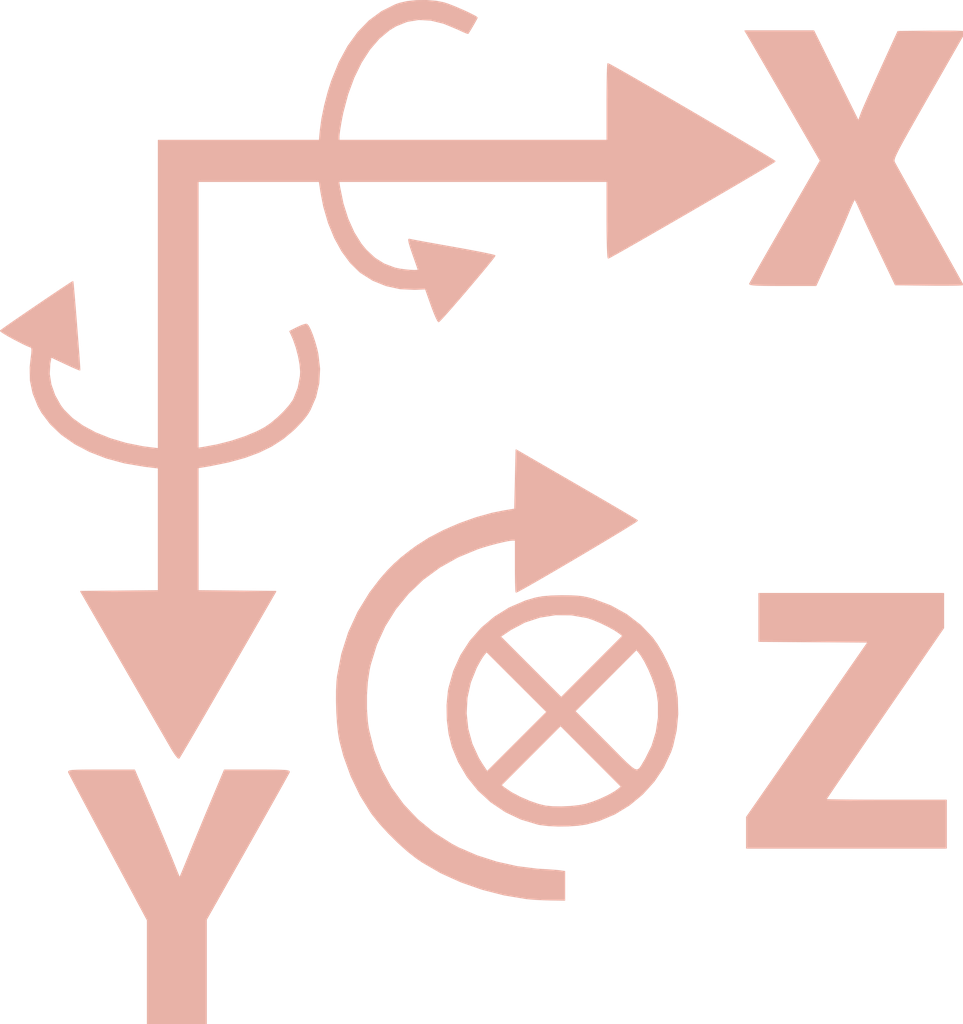
<source format=kicad_pcb>

(kicad_pcb (version 4) (host pcbnew 4.0.7)

	(general
		(links 0)
		(no_connects 0)
		(area 77.052499 41.877835 92.193313 53.630501)
		(thickness 1.6)
		(drawings 8)
		(tracks 0)
		(zones 0)
		(modules 1)
		(nets 1)
	)

	(page A4)
	(layers
		(0 F.Cu signal)
		(31 B.Cu signal)
		(32 B.Adhes user)
		(33 F.Adhes user)
		(34 B.Paste user)
		(35 F.Paste user)
		(36 B.SilkS user)
		(37 F.SilkS user)
		(38 B.Mask user)
		(39 F.Mask user)
		(40 Dwgs.User user)
		(41 Cmts.User user)
		(42 Eco1.User user)
		(43 Eco2.User user)
		(44 Edge.Cuts user)
		(45 Margin user)
		(46 B.CrtYd user)
		(47 F.CrtYd user)
		(48 B.Fab user)
		(49 F.Fab user)
	)

	(setup
		(last_trace_width 0.25)
		(trace_clearance 0.2)
		(zone_clearance 0.508)
		(zone_45_only no)
		(trace_min 0.2)
		(segment_width 0.2)
		(edge_width 0.15)
		(via_size 0.6)
		(via_drill 0.4)
		(via_min_size 0.4)
		(via_min_drill 0.3)
		(uvia_size 0.3)
		(uvia_drill 0.1)
		(uvias_allowed no)
		(uvia_min_size 0.2)
		(uvia_min_drill 0.1)
		(pcb_text_width 0.3)
		(pcb_text_size 1.5 1.5)
		(mod_edge_width 0.15)
		(mod_text_size 1 1)
		(mod_text_width 0.15)
		(pad_size 1.524 1.524)
		(pad_drill 0.762)
		(pad_to_mask_clearance 0.2)
		(aux_axis_origin 0 0)
		(visible_elements FFFFFF7F)
		(pcbplotparams
			(layerselection 0x010f0_80000001)
			(usegerberextensions false)
			(excludeedgelayer true)
			(linewidth 0.100000)
			(plotframeref false)
			(viasonmask false)
			(mode 1)
			(useauxorigin false)
			(hpglpennumber 1)
			(hpglpenspeed 20)
			(hpglpendiameter 15)
			(hpglpenoverlay 2)
			(psnegative false)
			(psa4output false)
			(plotreference true)
			(plotvalue true)
			(plotinvisibletext false)
			(padsonsilk false)
			(subtractmaskfromsilk false)
			(outputformat 1)
			(mirror false)
			(drillshape 1)
			(scaleselection 1)
			(outputdirectory gerbers/))
	)

	(net 0 "")

	(net_class Default "This is the default net class."
		(clearance 0.2)
		(trace_width 0.25)
		(via_dia 0.6)
		(via_drill 0.4)
		(uvia_dia 0.3)
		(uvia_drill 0.1)
	)
(module LOGO (layer F.Cu)
  (at 0 0)
 (fp_text reference "G***" (at 0 0) (layer F.SilkS) hide
  (effects (font (thickness 0.3)))
  )
  (fp_text value "LOGO" (at 0.75 0) (layer F.SilkS) hide
  (effects (font (thickness 0.3)))
  )
  (fp_poly (pts (xy -3.292639 2.847975) (xy -3.251675 2.944583) (xy -3.210188 3.043146) (xy -3.170347 3.138456) (xy -3.134323 3.225307) (xy -3.104284 3.298491) (xy -3.084925 3.346450) (xy -3.061049 3.406162)
     (xy -3.040656 3.456739) (xy -3.025511 3.493840) (xy -3.017375 3.513124) (xy -3.016523 3.514846) (xy -3.011204 3.504824) (xy -2.998157 3.474993) (xy -2.978987 3.429171) (xy -2.955297 3.371173)
     (xy -2.936472 3.324346) (xy -2.908847 3.255867) (xy -2.873884 3.170231) (xy -2.834151 3.073667) (xy -2.792216 2.972408) (xy -2.750648 2.872682) (xy -2.729641 2.822575) (xy -2.600229 2.514600)
     (xy -2.295706 2.514600) (xy -2.199513 2.514752) (xy -2.125903 2.515333) (xy -2.072058 2.516529) (xy -2.035162 2.518528) (xy -2.012398 2.521514) (xy -2.000950 2.525676) (xy -1.998001 2.531199)
     (xy -1.998728 2.534262) (xy -2.006182 2.548570) (xy -2.025054 2.583009) (xy -2.054242 2.635610) (xy -2.092644 2.704406) (xy -2.139156 2.787427) (xy -2.192675 2.882706) (xy -2.252100 2.988274)
     (xy -2.316327 3.102163) (xy -2.384252 3.222405) (xy -2.387437 3.228037) (xy -2.768600 3.902149) (xy -2.768600 4.876800) (xy -3.314700 4.876800) (xy -3.314700 3.908098) (xy -3.675836 3.233561)
     (xy -3.740759 3.112194) (xy -3.802215 2.997110) (xy -3.859135 2.890325) (xy -3.910450 2.793854) (xy -3.955090 2.709714) (xy -3.991985 2.639919) (xy -4.020067 2.586485) (xy -4.038266 2.551428)
     (xy -4.045494 2.536812) (xy -4.046722 2.529884) (xy -4.042512 2.524564) (xy -4.030008 2.520640) (xy -4.006356 2.517903) (xy -3.968697 2.516141) (xy -3.914177 2.515143) (xy -3.839939 2.514700)
     (xy -3.744301 2.514600) (xy -3.434583 2.514600) (xy -3.292639 2.847975) )(layer B.SilkS) (width  0.010000)
  )
  (fp_poly (pts (xy 0.665049 -0.133702) (xy 0.773891 -0.070689) (xy 0.876135 -0.011322) (xy 0.969654 0.043151) (xy 1.052324 0.091485) (xy 1.122017 0.132433) (xy 1.176610 0.164748) (xy 1.213975 0.187184)
     (xy 1.231988 0.198495) (xy 1.233216 0.199436) (xy 1.224166 0.207078) (xy 1.195603 0.225961) (xy 1.150007 0.254620) (xy 1.089859 0.291591) (xy 1.017641 0.335408) (xy 0.935832 0.384609)
     (xy 0.846914 0.437727) (xy 0.753368 0.493299) (xy 0.657673 0.549860) (xy 0.562312 0.605946) (xy 0.469764 0.660091) (xy 0.382510 0.710831) (xy 0.303032 0.756702) (xy 0.233809 0.796239)
     (xy 0.177323 0.827977) (xy 0.136054 0.850453) (xy 0.112484 0.862200) (xy 0.108224 0.863600) (xy 0.106161 0.851550) (xy 0.104360 0.818001) (xy 0.102929 0.766854) (xy 0.101973 0.702010)
     (xy 0.101601 0.627368) (xy 0.101600 0.622300) (xy 0.101600 0.381000) (xy 0.073025 0.381088) (xy 0.041017 0.384800) (xy -0.008803 0.394748) (xy -0.070082 0.409345) (xy -0.136465 0.427005)
     (xy -0.201600 0.446142) (xy -0.247650 0.461143) (xy -0.432158 0.537236) (xy -0.602089 0.632691) (xy -0.756194 0.746120) (xy -0.893224 0.876132) (xy -1.011929 1.021338) (xy -1.111060 1.180349)
     (xy -1.189367 1.351775) (xy -1.245602 1.534226) (xy -1.256423 1.583144) (xy -1.273169 1.695212) (xy -1.281606 1.819931) (xy -1.281615 1.947273) (xy -1.273074 2.067208) (xy -1.263079 2.135372)
     (xy -1.215036 2.327903) (xy -1.144616 2.509078) (xy -1.052710 2.677728) (xy -0.940208 2.832683) (xy -0.808002 2.972773) (xy -0.656981 3.096829) (xy -0.488037 3.203681) (xy -0.423732 3.237349)
     (xy -0.255427 3.309792) (xy -0.073160 3.368116) (xy 0.114593 3.410110) (xy 0.299356 3.433558) (xy 0.336550 3.435897) (xy 0.398172 3.439419) (xy 0.454441 3.443306) (xy 0.498013 3.447015)
     (xy 0.517525 3.449290) (xy 0.558800 3.455550) (xy 0.558800 3.721100) (xy 0.428625 3.719452) (xy 0.360545 3.717580) (xy 0.289730 3.713984) (xy 0.227812 3.709309) (xy 0.207330 3.707187)
     (xy -0.001017 3.673167) (xy -0.206451 3.620763) (xy -0.404394 3.551654) (xy -0.590272 3.467517) (xy -0.759508 3.370032) (xy -0.815384 3.332059) (xy -0.898070 3.267430) (xy -0.987060 3.187916)
     (xy -1.075658 3.100208) (xy -1.157170 3.010994) (xy -1.224898 2.926965) (xy -1.235570 2.912258) (xy -1.337113 2.749823) (xy -1.423268 2.571423) (xy -1.491435 2.383036) (xy -1.529972 2.235200)
     (xy -1.541473 2.165099) (xy -1.550399 2.077090) (xy -1.556492 1.978560) (xy -1.559494 1.876894) (xy -1.559149 1.779479) (xy -1.555198 1.693702) (xy -1.550476 1.646943) (xy -1.510165 1.437283)
     (xy -1.446578 1.237789) (xy -1.359705 1.048442) (xy -1.249538 0.869221) (xy -1.154345 0.744703) (xy -1.088597 0.669244) (xy -1.024015 0.603512) (xy -0.953978 0.541462) (xy -0.871862 0.477052)
     (xy -0.817197 0.437026) (xy -0.700122 0.362311) (xy -0.564518 0.291709) (xy -0.417223 0.227985) (xy -0.265073 0.173905) (xy -0.114905 0.132234) (xy -0.012700 0.111608) (xy 0.095250 0.093722)
     (xy 0.101600 -0.181025) (xy 0.107950 -0.455773) (xy 0.665049 -0.133702) )(layer B.SilkS) (width  0.010000)
  )
  (fp_poly (pts (xy 4.076700 1.196099) (xy 3.530600 1.989018) (xy 3.443267 2.115900) (xy 3.360249 2.236664) (xy 3.282655 2.349687) (xy 3.211596 2.453345) (xy 3.148180 2.546015) (xy 3.093517 2.626074)
     (xy 3.048717 2.691898) (xy 3.014889 2.741865) (xy 2.993142 2.774351) (xy 2.984588 2.787732) (xy 2.984500 2.787969) (xy 2.996772 2.789225) (xy 3.031882 2.790392) (xy 3.087264 2.791443)
     (xy 3.160357 2.792351) (xy 3.248597 2.793086) (xy 3.349421 2.793623) (xy 3.460264 2.793933) (xy 3.543300 2.794000) (xy 4.102100 2.794000) (xy 4.102100 3.238500) (xy 2.247900 3.238500)
     (xy 2.247900 2.950848) (xy 3.375858 1.327150) (xy 2.869029 1.323830) (xy 2.362200 1.320511) (xy 2.362200 0.876300) (xy 4.076700 0.876300) (xy 4.076700 1.196099) )(layer B.SilkS) (width  0.010000)
  )
  (fp_poly (pts (xy 0.546100 0.897578) (xy 0.621859 0.898485) (xy 0.679916 0.901281) (xy 0.727947 0.906903) (xy 0.773633 0.916289) (xy 0.824652 0.930373) (xy 0.831223 0.932340) (xy 0.989311 0.992237)
     (xy 1.133489 1.072111) (xy 1.261916 1.170760) (xy 1.371367 1.285284) (xy 1.417707 1.350163) (xy 1.465610 1.431172) (xy 1.510839 1.519874) (xy 1.549160 1.607829) (xy 1.576339 1.686598)
     (xy 1.580388 1.701800) (xy 1.604274 1.844207) (xy 1.608766 1.994858) (xy 1.594308 2.146140) (xy 1.561349 2.290439) (xy 1.542603 2.345784) (xy 1.475631 2.488851) (xy 1.387740 2.620132)
     (xy 1.281550 2.737388) (xy 1.159679 2.838382) (xy 1.024747 2.920876) (xy 0.879370 2.982632) (xy 0.759360 3.015181) (xy 0.683014 3.026347) (xy 0.593039 3.032473) (xy 0.498377 3.033531)
     (xy 0.407969 3.029496) (xy 0.330756 3.020340) (xy 0.311150 3.016514) (xy 0.154101 2.969327) (xy 0.008196 2.900183) (xy -0.124695 2.810771) (xy -0.242699 2.702781) (xy -0.281320 2.655145)
     (xy -0.031750 2.655145) (xy 0.000000 2.680420) (xy 0.063148 2.723005) (xy 0.142446 2.765203) (xy 0.228899 2.803038) (xy 0.313512 2.832537) (xy 0.381000 2.848732) (xy 0.448232 2.855304)
     (xy 0.529927 2.856387) (xy 0.615848 2.852415) (xy 0.695759 2.843822) (xy 0.752166 2.832990) (xy 0.820265 2.811838) (xy 0.893266 2.783034) (xy 0.963246 2.750214) (xy 1.022279 2.717012)
     (xy 1.054100 2.694466) (xy 1.085850 2.668260) (xy 0.520700 2.101922) (xy 0.244475 2.378533) (xy -0.031750 2.655145) (xy -0.281320 2.655145) (xy -0.343945 2.577902) (xy -0.426561 2.437825)
     (xy -0.483931 2.298700) (xy -0.514263 2.179050) (xy -0.530835 2.046976) (xy -0.531828 1.988204) (xy -0.355863 1.988204) (xy -0.340533 2.131875) (xy -0.302340 2.271674) (xy -0.241484 2.404324)
     (xy -0.208369 2.458392) (xy -0.161168 2.529503) (xy 0.393772 1.974993) (xy 0.387266 1.968500) (xy 0.654261 1.968500) (xy 0.939905 2.254635) (xy 1.020045 2.335361) (xy 1.083918 2.399773)
     (xy 1.133869 2.448844) (xy 1.172241 2.483547) (xy 1.201378 2.504854) (xy 1.223624 2.513738) (xy 1.241323 2.511171) (xy 1.256819 2.498128) (xy 1.272456 2.475579) (xy 1.290577 2.444498)
     (xy 1.311640 2.408908) (xy 1.369618 2.292171) (xy 1.409286 2.162872) (xy 1.429582 2.027098) (xy 1.429441 1.890933) (xy 1.417475 1.802971) (xy 1.399775 1.735082) (xy 1.372729 1.658287)
     (xy 1.339672 1.580187) (xy 1.303935 1.508386) (xy 1.268852 1.450486) (xy 1.254633 1.431557) (xy 1.225550 1.396265) (xy 0.939905 1.682382) (xy 0.654261 1.968500) (xy 0.387266 1.968500)
     (xy 0.113706 1.695521) (xy -0.166361 1.416050) (xy -0.192567 1.447800) (xy -0.211252 1.474892) (xy -0.235756 1.516301) (xy -0.260995 1.563401) (xy -0.262677 1.566727) (xy -0.317135 1.702353)
     (xy -0.348130 1.843938) (xy -0.355863 1.988204) (xy -0.531828 1.988204) (xy -0.533121 1.911728) (xy -0.520596 1.782560) (xy -0.514961 1.751667) (xy -0.470731 1.595128) (xy -0.404495 1.449287)
     (xy -0.318067 1.316026) (xy -0.282885 1.276146) (xy -0.038097 1.276146) (xy 0.526909 1.841570) (xy 0.812729 1.555363) (xy 1.098550 1.269156) (xy 1.066800 1.244372) (xy 1.021218 1.214040)
     (xy 0.960043 1.180312) (xy 0.891926 1.147355) (xy 0.825521 1.119339) (xy 0.769480 1.100431) (xy 0.766238 1.099574) (xy 0.619572 1.074318) (xy 0.472442 1.073257) (xy 0.328036 1.095853)
     (xy 0.189542 1.141567) (xy 0.060148 1.209861) (xy 0.041874 1.221914) (xy -0.038097 1.276146) (xy -0.282885 1.276146) (xy -0.213265 1.197230) (xy -0.091901 1.094780) (xy 0.044207 1.010561)
     (xy 0.193246 0.946454) (xy 0.288339 0.918374) (xy 0.352023 0.906719) (xy 0.431193 0.899905) (xy 0.530330 0.897569) (xy 0.546100 0.897578) )(layer B.SilkS) (width  0.010000)
  )
  (fp_poly (pts (xy -0.632146 -4.616932) (xy -0.565150 -4.604093) (xy -0.529418 -4.592705) (xy -0.482499 -4.574945) (xy -0.429547 -4.553122) (xy -0.375717 -4.529541) (xy -0.326161 -4.506510) (xy -0.286035 -4.486338)
     (xy -0.260490 -4.471330) (xy -0.254000 -4.464789) (xy -0.259895 -4.452266) (xy -0.274776 -4.425279) (xy -0.294439 -4.391069) (xy -0.314679 -4.356877) (xy -0.331292 -4.329945) (xy -0.338380 -4.319463)
     (xy -0.350634 -4.322361) (xy -0.379955 -4.334372) (xy -0.420743 -4.353144) (xy -0.434572 -4.359837) (xy -0.562992 -4.413060) (xy -0.683284 -4.442643) (xy -0.796647 -4.448571) (xy -0.904282 -4.430828)
     (xy -1.007387 -4.389401) (xy -1.069461 -4.351885) (xy -1.164519 -4.272643) (xy -1.251893 -4.171032) (xy -1.330402 -4.049235) (xy -1.398863 -3.909438) (xy -1.456097 -3.753824) (xy -1.500920 -3.584577)
     (xy -1.510945 -3.535775) (xy -1.521727 -3.476439) (xy -1.530291 -3.422725) (xy -1.535556 -3.381804) (xy -1.536700 -3.364856) (xy -1.536700 -3.327400) (xy 0.952500 -3.327400) (xy 0.952500 -3.683000)
     (xy 0.952769 -3.775075) (xy 0.953530 -3.858293) (xy 0.954712 -3.929440) (xy 0.956242 -3.985302) (xy 0.958051 -4.022668) (xy 0.960066 -4.038323) (xy 0.960378 -4.038600) (xy 0.973897 -4.032395)
     (xy 1.006945 -4.014609) (xy 1.057388 -3.986489) (xy 1.123092 -3.949281) (xy 1.201924 -3.904231) (xy 1.291751 -3.852586) (xy 1.390438 -3.795591) (xy 1.495854 -3.734493) (xy 1.605862 -3.670538)
     (xy 1.718332 -3.604972) (xy 1.831128 -3.539042) (xy 1.942118 -3.473993) (xy 2.049167 -3.411072) (xy 2.150143 -3.351525) (xy 2.242912 -3.296598) (xy 2.325339 -3.247537) (xy 2.395293 -3.205588)
     (xy 2.450639 -3.171999) (xy 2.489244 -3.148014) (xy 2.508974 -3.134880) (xy 2.511120 -3.132813) (xy 2.499828 -3.124804) (xy 2.468655 -3.105415) (xy 2.419759 -3.075895) (xy 2.355294 -3.037495)
     (xy 2.277417 -2.991466) (xy 2.188284 -2.939058) (xy 2.090052 -2.881522) (xy 1.984876 -2.820109) (xy 1.874911 -2.756070) (xy 1.762316 -2.690655) (xy 1.649244 -2.625114) (xy 1.537853 -2.560699)
     (xy 1.430298 -2.498660) (xy 1.328736 -2.440248) (xy 1.235323 -2.386714) (xy 1.152214 -2.339307) (xy 1.081566 -2.299279) (xy 1.025534 -2.267881) (xy 0.986276 -2.246362) (xy 0.965946 -2.235975)
     (xy 0.963702 -2.235200) (xy 0.960775 -2.247375) (xy 0.958141 -2.281800) (xy 0.955897 -2.335327) (xy 0.954144 -2.404806) (xy 0.952980 -2.487089) (xy 0.952505 -2.579026) (xy 0.952500 -2.590800)
     (xy 0.952500 -2.946400) (xy -0.293217 -2.946401) (xy -1.538933 -2.946401) (xy -1.530640 -2.892426) (xy -1.499362 -2.740069) (xy -1.454732 -2.599176) (xy -1.398217 -2.473219) (xy -1.331284 -2.365667)
     (xy -1.283462 -2.307885) (xy -1.203263 -2.233748) (xy -1.119099 -2.180658) (xy -1.024115 -2.144427) (xy -1.009206 -2.140368) (xy -0.970316 -2.132385) (xy -0.924221 -2.125987) (xy -0.877546 -2.121659)
     (xy -0.836917 -2.119884) (xy -0.808960 -2.121145) (xy -0.800100 -2.125117) (xy -0.804115 -2.138004) (xy -0.815048 -2.169992) (xy -0.831235 -2.216277) (xy -0.851012 -2.272055) (xy -0.851224 -2.272650)
     (xy -0.872111 -2.334259) (xy -0.885025 -2.379168) (xy -0.889355 -2.404966) (xy -0.886149 -2.410197) (xy -0.870029 -2.406639) (xy -0.832053 -2.399298) (xy -0.775386 -2.388755) (xy -0.703196 -2.375589)
     (xy -0.618648 -2.360381) (xy -0.524909 -2.343710) (xy -0.479456 -2.335689) (xy -0.383445 -2.318499) (xy -0.295998 -2.302285) (xy -0.220116 -2.287648) (xy -0.158800 -2.275188) (xy -0.115051 -2.265507)
     (xy -0.091871 -2.259205) (xy -0.088931 -2.257534) (xy -0.096852 -2.244813) (xy -0.119020 -2.215932) (xy -0.153003 -2.173745) (xy -0.196369 -2.121101) (xy -0.246686 -2.060853) (xy -0.301524 -1.995852)
     (xy -0.358450 -1.928949) (xy -0.415034 -1.862997) (xy -0.468844 -1.800845) (xy -0.517448 -1.745346) (xy -0.558415 -1.699351) (xy -0.589313 -1.665712) (xy -0.607712 -1.647279) (xy -0.611548 -1.644650)
     (xy -0.620721 -1.655940) (xy -0.635930 -1.686786) (xy -0.655162 -1.732655) (xy -0.676401 -1.789014) (xy -0.679267 -1.797050) (xy -0.733252 -1.949450) (xy -0.833351 -1.945242) (xy -0.968133 -1.951287)
     (xy -1.099144 -1.979818) (xy -1.221824 -2.029385) (xy -1.331613 -2.098541) (xy -1.342367 -2.107008) (xy -1.429247 -2.191577) (xy -1.507727 -2.297507) (xy -1.576295 -2.421707) (xy -1.633436 -2.561090)
     (xy -1.677637 -2.712566) (xy -1.703069 -2.843015) (xy -1.718895 -2.946400) (xy -2.844800 -2.946400) (xy -2.844800 -0.471497) (xy -2.797175 -0.478437) (xy -2.665723 -0.502742) (xy -2.534215 -0.536566)
     (xy -2.409411 -0.577739) (xy -2.298071 -0.624094) (xy -2.226614 -0.661456) (xy -2.169534 -0.700420) (xy -2.108718 -0.750971) (xy -2.050076 -0.807316) (xy -1.999519 -0.863657) (xy -1.962957 -0.914199)
     (xy -1.955735 -0.927100) (xy -1.914643 -1.031758) (xy -1.894271 -1.141130) (xy -1.892451 -1.182244) (xy -1.897639 -1.247106) (xy -1.911873 -1.324687) (xy -1.932805 -1.405003) (xy -1.958086 -1.478072)
     (xy -1.966851 -1.498600) (xy -1.992765 -1.555750) (xy -1.922184 -1.591536) (xy -1.882638 -1.609444) (xy -1.850814 -1.620006) (xy -1.835636 -1.621194) (xy -1.820741 -1.604886) (xy -1.802199 -1.568924)
     (xy -1.781923 -1.518435) (xy -1.761829 -1.458549) (xy -1.743831 -1.394394) (xy -1.732575 -1.345157) (xy -1.716700 -1.208604) (xy -1.723970 -1.074259) (xy -1.753770 -0.945695) (xy -1.805489 -0.826483)
     (xy -1.828190 -0.788351) (xy -1.856612 -0.750241) (xy -1.897207 -0.703489) (xy -1.942917 -0.656043) (xy -1.961513 -0.638221) (xy -2.055695 -0.560015) (xy -2.159797 -0.492704) (xy -2.276626 -0.435144)
     (xy -2.408992 -0.386194) (xy -2.559704 -0.344713) (xy -2.731570 -0.309559) (xy -2.797175 -0.298549) (xy -2.844800 -0.290950) (xy -2.844800 0.850510) (xy -2.123356 0.857250) (xy -2.567464 1.625600)
     (xy -2.641611 1.753775) (xy -2.712183 1.875563) (xy -2.778131 1.989168) (xy -2.838408 2.092793) (xy -2.891964 2.184643) (xy -2.937751 2.262921) (xy -2.974722 2.325833) (xy -3.001828 2.371581)
     (xy -3.018020 2.398369) (xy -3.022291 2.404869) (xy -3.032822 2.399544) (xy -3.052149 2.376185) (xy -3.076962 2.339086) (xy -3.090829 2.315969) (xy -3.107588 2.287017) (xy -3.135755 2.238333)
     (xy -3.174026 2.172174) (xy -3.221093 2.090798) (xy -3.275653 1.996461) (xy -3.336400 1.891420) (xy -3.402028 1.777934) (xy -3.471232 1.658258) (xy -3.541521 1.536700) (xy -3.934393 0.857250)
     (xy -3.573747 0.853880) (xy -3.213100 0.850510) (xy -3.213100 -0.288170) (xy -3.342739 -0.303882) (xy -3.525138 -0.334554) (xy -3.694917 -0.380315) (xy -3.850360 -0.440193) (xy -3.989750 -0.513212)
     (xy -4.111370 -0.598398) (xy -4.213503 -0.694777) (xy -4.294432 -0.801375) (xy -4.329084 -0.863600) (xy -4.376521 -0.981807) (xy -4.400985 -1.098795) (xy -4.403480 -1.220980) (xy -4.395980 -1.291820)
     (xy -4.388653 -1.349576) (xy -4.386764 -1.385892) (xy -4.390264 -1.404128) (xy -4.394280 -1.407610) (xy -4.425924 -1.420266) (xy -4.468448 -1.440087) (xy -4.516963 -1.464434) (xy -4.566579 -1.490663)
     (xy -4.612408 -1.516133) (xy -4.649559 -1.538202) (xy -4.673143 -1.554228) (xy -4.678724 -1.561306) (xy -4.663784 -1.572709) (xy -4.631638 -1.595592) (xy -4.585321 -1.627894) (xy -4.527871 -1.667553)
     (xy -4.462326 -1.712507) (xy -4.391721 -1.760695) (xy -4.319093 -1.810055) (xy -4.247480 -1.858526) (xy -4.179917 -1.904046) (xy -4.119443 -1.944553) (xy -4.069093 -1.977986) (xy -4.031905 -2.002283)
     (xy -4.010915 -2.015383) (xy -4.007371 -2.017063) (xy -4.005526 -2.003891) (xy -4.002108 -1.969094) (xy -3.997405 -1.916333) (xy -3.991704 -1.849268) (xy -3.985292 -1.771559) (xy -3.978458 -1.686865)
     (xy -3.971490 -1.598848) (xy -3.964674 -1.511167) (xy -3.958298 -1.427482) (xy -3.952650 -1.351454) (xy -3.948018 -1.286742) (xy -3.944689 -1.237006) (xy -3.942951 -1.205907) (xy -3.942918 -1.196876)
     (xy -3.954759 -1.200634) (xy -3.984880 -1.213304) (xy -4.028636 -1.232863) (xy -4.077858 -1.255634) (xy -4.210050 -1.317666) (xy -4.221605 -1.254272) (xy -4.226739 -1.160653) (xy -4.210892 -1.061286)
     (xy -4.175774 -0.961833) (xy -4.123097 -0.867957) (xy -4.092485 -0.827036) (xy -4.014128 -0.748822) (xy -3.914043 -0.677291) (xy -3.795339 -0.613797) (xy -3.661123 -0.559696) (xy -3.514503 -0.516343)
     (xy -3.358587 -0.485095) (xy -3.286125 -0.475332) (xy -3.213100 -0.466974) (xy -3.213100 -3.327400) (xy -1.718148 -3.327400) (xy -1.709783 -3.417405) (xy -1.694694 -3.527588) (xy -1.669612 -3.650376)
     (xy -1.636751 -3.776101) (xy -1.604368 -3.878015) (xy -1.534817 -4.049680) (xy -1.453113 -4.200417) (xy -1.359650 -4.329773) (xy -1.254824 -4.437292) (xy -1.139031 -4.522521) (xy -1.012666 -4.585005)
     (xy -0.978335 -4.597400) (xy -0.905061 -4.614461) (xy -0.816818 -4.623502) (xy -0.722786 -4.624375) (xy -0.632146 -4.616932) )(layer B.SilkS) (width  0.010000)
  )
  (fp_poly (pts (xy 2.871357 -4.343400) (xy 3.078781 -3.924723) (xy 3.286204 -3.506045) (xy 3.312934 -3.578648) (xy 3.325113 -3.608934) (xy 3.346304 -3.658596) (xy 3.374879 -3.723947) (xy 3.409210 -3.801297)
     (xy 3.447669 -3.886960) (xy 3.488628 -3.977246) (xy 3.496344 -3.994150) (xy 3.653025 -4.337050) (xy 3.967350 -4.340449) (xy 4.053293 -4.341006) (xy 4.129824 -4.340787) (xy 4.193607 -4.339859)
     (xy 4.241307 -4.338292) (xy 4.269589 -4.336153) (xy 4.276006 -4.334099) (xy 4.268796 -4.321509) (xy 4.250175 -4.288940) (xy 4.221329 -4.238467) (xy 4.183446 -4.172166) (xy 4.137710 -4.092115)
     (xy 4.085310 -4.000389) (xy 4.027430 -3.899065) (xy 3.965256 -3.790218) (xy 3.937391 -3.741433) (xy 3.863902 -3.612644) (xy 3.802141 -3.504027) (xy 3.751160 -3.413744) (xy 3.710009 -3.339959)
     (xy 3.677738 -3.280833) (xy 3.653397 -3.234531) (xy 3.636037 -3.199214) (xy 3.624707 -3.173045) (xy 3.618459 -3.154187) (xy 3.616342 -3.140803) (xy 3.617406 -3.131055) (xy 3.619256 -3.126012)
     (xy 3.628309 -3.108748) (xy 3.648616 -3.071652) (xy 3.678908 -3.016993) (xy 3.717918 -2.947037) (xy 3.764379 -2.864053) (xy 3.817022 -2.770308) (xy 3.874581 -2.668070) (xy 3.935787 -2.559607)
     (xy 3.944283 -2.544571) (xy 4.005286 -2.436478) (xy 4.062314 -2.335148) (xy 4.114176 -2.242716) (xy 4.159682 -2.161318) (xy 4.197638 -2.093092) (xy 4.226855 -2.040174) (xy 4.246140 -2.004700)
     (xy 4.254303 -1.988807) (xy 4.254500 -1.988195) (xy 4.242372 -1.986279) (xy 4.208274 -1.984817) (xy 4.155630 -1.983854) (xy 4.087867 -1.983434) (xy 4.008410 -1.983601) (xy 3.941767 -1.984154)
     (xy 3.629034 -1.987550) (xy 3.480644 -2.298700) (xy 3.439086 -2.386146) (xy 3.399139 -2.470768) (xy 3.362728 -2.548442) (xy 3.331780 -2.615046) (xy 3.308222 -2.666454) (xy 3.295251 -2.695575)
     (xy 3.276429 -2.737048) (xy 3.260861 -2.767486) (xy 3.251554 -2.781074) (xy 3.250923 -2.781300) (xy 3.243581 -2.770253) (xy 3.229101 -2.740217) (xy 3.209613 -2.695850) (xy 3.188445 -2.644775)
     (xy 3.166119 -2.591147) (xy 3.135677 -2.520362) (xy 3.099701 -2.438299) (xy 3.060774 -2.350839) (xy 3.021479 -2.263862) (xy 3.012743 -2.244725) (xy 2.892194 -1.981200) (xy 2.581388 -1.981200)
     (xy 2.480978 -1.981465) (xy 2.403592 -1.982340) (xy 2.346859 -1.983950) (xy 2.308409 -1.986419) (xy 2.285869 -1.989870) (xy 2.276870 -1.994429) (xy 2.276696 -1.997132) (xy 2.284073 -2.010939)
     (xy 2.302955 -2.044592) (xy 2.332121 -2.095957) (xy 2.370348 -2.162898) (xy 2.416414 -2.243281) (xy 2.469097 -2.334971) (xy 2.527174 -2.435833) (xy 2.589425 -2.543733) (xy 2.607898 -2.575714)
     (xy 2.932987 -3.138363) (xy 2.607994 -3.699607) (xy 2.544031 -3.810032) (xy 2.483268 -3.914869) (xy 2.427020 -4.011849) (xy 2.376603 -4.098707) (xy 2.333335 -4.173177) (xy 2.298531 -4.232992)
     (xy 2.273507 -4.275885) (xy 2.259581 -4.299591) (xy 2.258065 -4.302126) (xy 2.233128 -4.343401) (xy 2.552243 -4.343401) (xy 2.871357 -4.343400) )(layer B.SilkS) (width  0.010000)
  )
)
(module LOGO (layer F.Cu)
  (at 0 0)
 (fp_text reference "G***" (at 0 0) (layer F.SilkS) hide
  (effects (font (thickness 0.3)))
  )
  (fp_text value "LOGO" (at 0.75 0) (layer F.SilkS) hide
  (effects (font (thickness 0.3)))
  )
)
(module LOGO (layer F.Cu)
  (at 0 0)
 (fp_text reference "G***" (at 0 0) (layer F.SilkS) hide
  (effects (font (thickness 0.3)))
  )
  (fp_text value "LOGO" (at 0.75 0) (layer F.SilkS) hide
  (effects (font (thickness 0.3)))
  )
)

)

</source>
